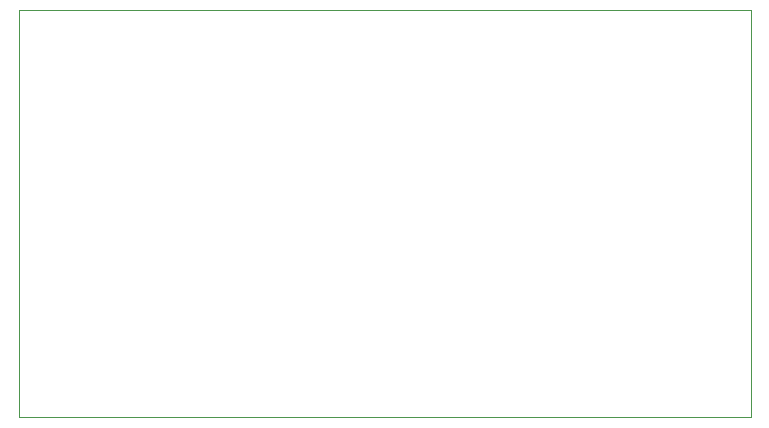
<source format=gbr>
%TF.GenerationSoftware,KiCad,Pcbnew,9.0.0*%
%TF.CreationDate,2026-01-30T14:08:11-05:00*%
%TF.ProjectId,Proprietary_RJ45,50726f70-7269-4657-9461-72795f524a34,rev?*%
%TF.SameCoordinates,Original*%
%TF.FileFunction,Profile,NP*%
%FSLAX46Y46*%
G04 Gerber Fmt 4.6, Leading zero omitted, Abs format (unit mm)*
G04 Created by KiCad (PCBNEW 9.0.0) date 2026-01-30 14:08:11*
%MOMM*%
%LPD*%
G01*
G04 APERTURE LIST*
%TA.AperFunction,Profile*%
%ADD10C,0.050000*%
%TD*%
G04 APERTURE END LIST*
D10*
X96500000Y-71500000D02*
X158500000Y-71500000D01*
X158500000Y-106000000D01*
X96500000Y-106000000D01*
X96500000Y-71500000D01*
M02*

</source>
